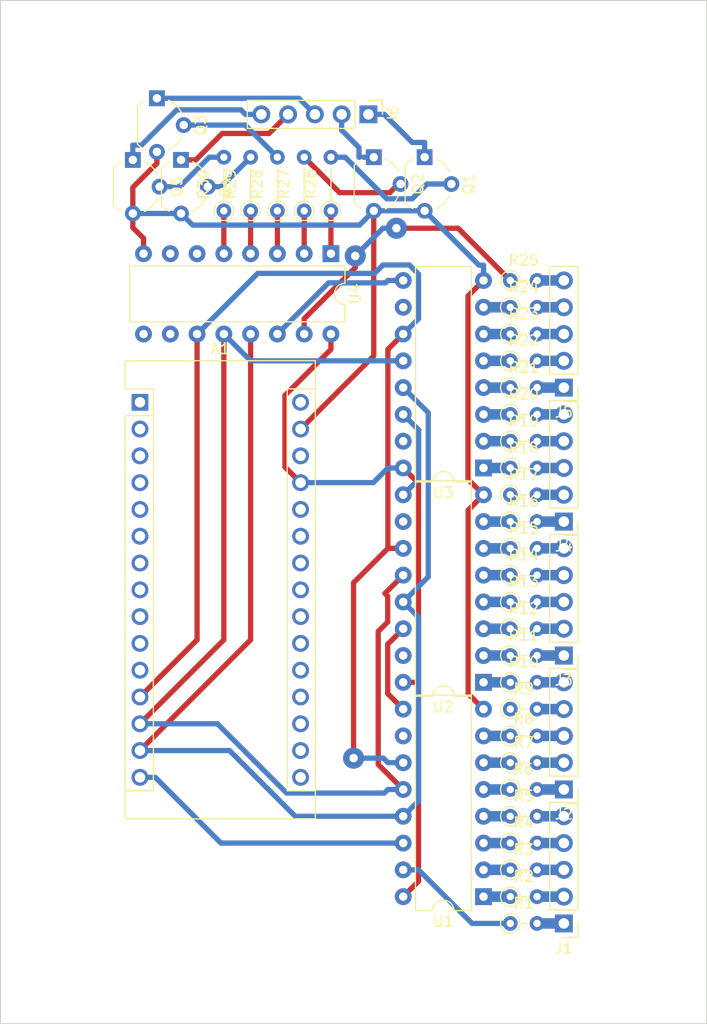
<source format=kicad_pcb>
(kicad_pcb
	(version 20240108)
	(generator "pcbnew")
	(generator_version "8.0")
	(general
		(thickness 1.6)
		(legacy_teardrops no)
	)
	(paper "A4")
	(layers
		(0 "F.Cu" signal)
		(31 "B.Cu" signal)
		(32 "B.Adhes" user "B.Adhesive")
		(33 "F.Adhes" user "F.Adhesive")
		(34 "B.Paste" user)
		(35 "F.Paste" user)
		(36 "B.SilkS" user "B.Silkscreen")
		(37 "F.SilkS" user "F.Silkscreen")
		(38 "B.Mask" user)
		(39 "F.Mask" user)
		(40 "Dwgs.User" user "User.Drawings")
		(41 "Cmts.User" user "User.Comments")
		(42 "Eco1.User" user "User.Eco1")
		(43 "Eco2.User" user "User.Eco2")
		(44 "Edge.Cuts" user)
		(45 "Margin" user)
		(46 "B.CrtYd" user "B.Courtyard")
		(47 "F.CrtYd" user "F.Courtyard")
		(48 "B.Fab" user)
		(49 "F.Fab" user)
		(50 "User.1" user "Nutzer.1")
		(51 "User.2" user "Nutzer.2")
		(52 "User.3" user "Nutzer.3")
		(53 "User.4" user "Nutzer.4")
		(54 "User.5" user "Nutzer.5")
		(55 "User.6" user "Nutzer.6")
		(56 "User.7" user "Nutzer.7")
		(57 "User.8" user "Nutzer.8")
		(58 "User.9" user "Nutzer.9")
	)
	(setup
		(pad_to_mask_clearance 0)
		(allow_soldermask_bridges_in_footprints no)
		(grid_origin 53.34 68.58)
		(pcbplotparams
			(layerselection 0x00010fc_ffffffff)
			(plot_on_all_layers_selection 0x0000000_00000000)
			(disableapertmacros no)
			(usegerberextensions no)
			(usegerberattributes yes)
			(usegerberadvancedattributes yes)
			(creategerberjobfile yes)
			(dashed_line_dash_ratio 12.000000)
			(dashed_line_gap_ratio 3.000000)
			(svgprecision 6)
			(plotframeref no)
			(viasonmask no)
			(mode 1)
			(useauxorigin no)
			(hpglpennumber 1)
			(hpglpenspeed 20)
			(hpglpendiameter 15.000000)
			(pdf_front_fp_property_popups yes)
			(pdf_back_fp_property_popups yes)
			(dxfpolygonmode yes)
			(dxfimperialunits yes)
			(dxfusepcbnewfont yes)
			(psnegative no)
			(psa4output no)
			(plotreference yes)
			(plotvalue yes)
			(plotfptext yes)
			(plotinvisibletext no)
			(sketchpadsonfab no)
			(subtractmaskfromsilk no)
			(outputformat 1)
			(mirror no)
			(drillshape 1)
			(scaleselection 1)
			(outputdirectory "")
		)
	)
	(net 0 "")
	(net 1 "unconnected-(A1-VIN-Pad30)")
	(net 2 "unconnected-(A1-A1-Pad20)")
	(net 3 "unconnected-(A1-~{RESET}-Pad28)")
	(net 4 "unconnected-(A1-D6-Pad9)")
	(net 5 "unconnected-(A1-D3-Pad6)")
	(net 6 "unconnected-(A1-D5-Pad8)")
	(net 7 "unconnected-(A1-A3-Pad22)")
	(net 8 "unconnected-(A1-D4-Pad7)")
	(net 9 "unconnected-(A1-D8-Pad11)")
	(net 10 "unconnected-(A1-D1{slash}TX-Pad1)")
	(net 11 "unconnected-(A1-A5-Pad24)")
	(net 12 "/SRCLK")
	(net 13 "/RCLK")
	(net 14 "/OE")
	(net 15 "unconnected-(A1-D13-Pad16)")
	(net 16 "Net-(A1-D12)")
	(net 17 "unconnected-(A1-GND-Pad4)")
	(net 18 "unconnected-(A1-~{RESET}-Pad3)")
	(net 19 "unconnected-(A1-A6-Pad25)")
	(net 20 "unconnected-(A1-A7-Pad26)")
	(net 21 "unconnected-(A1-D7-Pad10)")
	(net 22 "unconnected-(A1-D0{slash}RX-Pad2)")
	(net 23 "unconnected-(A1-A2-Pad21)")
	(net 24 "unconnected-(A1-A4-Pad23)")
	(net 25 "unconnected-(A1-3V3-Pad17)")
	(net 26 "unconnected-(A1-A0-Pad19)")
	(net 27 "unconnected-(A1-AREF-Pad18)")
	(net 28 "unconnected-(A1-D2-Pad5)")
	(net 29 "GND")
	(net 30 "Net-(J1-Pin_3)")
	(net 31 "Net-(J1-Pin_1)")
	(net 32 "Net-(J1-Pin_2)")
	(net 33 "Net-(J1-Pin_5)")
	(net 34 "Net-(J1-Pin_4)")
	(net 35 "Net-(J2-Pin_3)")
	(net 36 "Net-(J2-Pin_1)")
	(net 37 "Net-(J2-Pin_5)")
	(net 38 "Net-(J2-Pin_2)")
	(net 39 "Net-(J2-Pin_4)")
	(net 40 "Net-(J3-Pin_3)")
	(net 41 "Net-(J3-Pin_2)")
	(net 42 "Net-(J3-Pin_5)")
	(net 43 "Net-(J3-Pin_1)")
	(net 44 "Net-(J3-Pin_4)")
	(net 45 "Net-(J4-Pin_4)")
	(net 46 "Net-(J4-Pin_2)")
	(net 47 "Net-(J4-Pin_1)")
	(net 48 "Net-(J4-Pin_3)")
	(net 49 "Net-(J4-Pin_5)")
	(net 50 "Net-(J5-Pin_5)")
	(net 51 "Net-(J5-Pin_4)")
	(net 52 "Net-(J5-Pin_2)")
	(net 53 "Net-(J5-Pin_3)")
	(net 54 "Net-(J5-Pin_1)")
	(net 55 "Net-(J6-Pin_2)")
	(net 56 "Net-(J6-Pin_3)")
	(net 57 "Net-(J6-Pin_1)")
	(net 58 "Net-(J6-Pin_5)")
	(net 59 "Net-(J6-Pin_4)")
	(net 60 "Net-(Q1-B)")
	(net 61 "Net-(Q2-B)")
	(net 62 "Net-(Q3-B)")
	(net 63 "Net-(Q4-B)")
	(net 64 "Net-(Q5-B)")
	(net 65 "Net-(U1-QA)")
	(net 66 "Net-(U1-QB)")
	(net 67 "Net-(U1-QC)")
	(net 68 "Net-(U1-QD)")
	(net 69 "Net-(U1-QE)")
	(net 70 "Net-(U1-QF)")
	(net 71 "Net-(U1-QG)")
	(net 72 "Net-(U1-QH)")
	(net 73 "Net-(U2-QA)")
	(net 74 "Net-(U2-QB)")
	(net 75 "Net-(U2-QC)")
	(net 76 "Net-(U2-QD)")
	(net 77 "Net-(U2-QE)")
	(net 78 "Net-(U2-QF)")
	(net 79 "Net-(U2-QG)")
	(net 80 "Net-(U2-QH)")
	(net 81 "Net-(U3-QA)")
	(net 82 "Net-(U3-QB)")
	(net 83 "Net-(U3-QC)")
	(net 84 "Net-(U3-QD)")
	(net 85 "Net-(U3-QE)")
	(net 86 "Net-(U3-QF)")
	(net 87 "Net-(U3-QG)")
	(net 88 "Net-(U3-QH)")
	(net 89 "Net-(U4-QA)")
	(net 90 "Net-(U4-QB)")
	(net 91 "Net-(U4-QC)")
	(net 92 "Net-(U4-QD)")
	(net 93 "Net-(U4-QE)")
	(net 94 "Net-(U4-QF)")
	(net 95 "unconnected-(U1-~{SRCLR}-Pad10)")
	(net 96 "Net-(U1-QH')")
	(net 97 "unconnected-(U2-~{SRCLR}-Pad10)")
	(net 98 "+5V")
	(net 99 "Net-(U2-QH')")
	(net 100 "unconnected-(U3-~{SRCLR}-Pad10)")
	(net 101 "Net-(U3-QH')")
	(net 102 "unconnected-(U4-QG-Pad6)")
	(net 103 "unconnected-(U4-QH-Pad7)")
	(net 104 "unconnected-(U4-QH'-Pad9)")
	(net 105 "unconnected-(U4-~{SRCLR}-Pad10)")
	(footprint "Package_TO_SOT_THT:TO-92_Wide" (layer "F.Cu") (at 50.292 43.688 -90))
	(footprint "Resistor_THT:R_Axial_DIN0204_L3.6mm_D1.6mm_P2.54mm_Vertical" (layer "F.Cu") (at 83.82 96.52))
	(footprint "Resistor_THT:R_Axial_DIN0204_L3.6mm_D1.6mm_P2.54mm_Vertical" (layer "F.Cu") (at 83.82 63.5))
	(footprint "Module:Arduino_Nano" (layer "F.Cu") (at 48.682 72.51))
	(footprint "Resistor_THT:R_Axial_DIN0204_L3.6mm_D1.6mm_P2.54mm_Vertical" (layer "F.Cu") (at 83.82 71.12))
	(footprint "Resistor_THT:R_Axial_DIN0204_L3.6mm_D1.6mm_P2.54mm_Vertical" (layer "F.Cu") (at 83.82 121.92))
	(footprint "Package_DIP:DIP-16_W7.62mm" (layer "F.Cu") (at 81.28 99.06 180))
	(footprint "Resistor_THT:R_Axial_DIN0204_L3.6mm_D1.6mm_P5.08mm_Vertical" (layer "F.Cu") (at 61.722 54.356 90))
	(footprint "Connector_PinHeader_2.54mm:PinHeader_1x05_P2.54mm_Vertical" (layer "F.Cu") (at 70.358 45.212 -90))
	(footprint "Resistor_THT:R_Axial_DIN0204_L3.6mm_D1.6mm_P2.54mm_Vertical" (layer "F.Cu") (at 83.82 68.58))
	(footprint "Resistor_THT:R_Axial_DIN0204_L3.6mm_D1.6mm_P2.54mm_Vertical" (layer "F.Cu") (at 83.82 73.66))
	(footprint "Resistor_THT:R_Axial_DIN0204_L3.6mm_D1.6mm_P2.54mm_Vertical" (layer "F.Cu") (at 83.82 78.74))
	(footprint "Package_TO_SOT_THT:TO-92_Wide" (layer "F.Cu") (at 70.866 49.276 -90))
	(footprint "Resistor_THT:R_Axial_DIN0204_L3.6mm_D1.6mm_P5.08mm_Vertical" (layer "F.Cu") (at 56.642 54.356 90))
	(footprint "Resistor_THT:R_Axial_DIN0204_L3.6mm_D1.6mm_P2.54mm_Vertical" (layer "F.Cu") (at 83.82 111.76))
	(footprint "Resistor_THT:R_Axial_DIN0204_L3.6mm_D1.6mm_P5.08mm_Vertical" (layer "F.Cu") (at 59.182 54.356 90))
	(footprint "Resistor_THT:R_Axial_DIN0204_L3.6mm_D1.6mm_P2.54mm_Vertical" (layer "F.Cu") (at 83.82 91.44))
	(footprint "Connector_PinHeader_2.54mm:PinHeader_1x05_P2.54mm_Vertical" (layer "F.Cu") (at 88.9 96.52 180))
	(footprint "Resistor_THT:R_Axial_DIN0204_L3.6mm_D1.6mm_P5.08mm_Vertical" (layer "F.Cu") (at 64.262 54.356 90))
	(footprint "Resistor_THT:R_Axial_DIN0204_L3.6mm_D1.6mm_P2.54mm_Vertical" (layer "F.Cu") (at 83.82 81.28))
	(footprint "Connector_PinHeader_2.54mm:PinHeader_1x05_P2.54mm_Vertical" (layer "F.Cu") (at 88.9 71.12 180))
	(footprint "Resistor_THT:R_Axial_DIN0204_L3.6mm_D1.6mm_P2.54mm_Vertical" (layer "F.Cu") (at 83.82 106.68))
	(footprint "Resistor_THT:R_Axial_DIN0204_L3.6mm_D1.6mm_P5.08mm_Vertical" (layer "F.Cu") (at 66.802 54.356 90))
	(footprint "Resistor_THT:R_Axial_DIN0204_L3.6mm_D1.6mm_P2.54mm_Vertical" (layer "F.Cu") (at 83.82 86.36))
	(footprint "Package_DIP:DIP-16_W7.62mm" (layer "F.Cu") (at 66.802 58.42 -90))
	(footprint "Package_TO_SOT_THT:TO-92_Wide" (layer "F.Cu") (at 75.692 49.276 -90))
	(footprint "Resistor_THT:R_Axial_DIN0204_L3.6mm_D1.6mm_P2.54mm_Vertical" (layer "F.Cu") (at 83.82 76.2))
	(footprint "Package_TO_SOT_THT:TO-92_Wide" (layer "F.Cu") (at 52.578 49.53 -90))
	(footprint "Resistor_THT:R_Axial_DIN0204_L3.6mm_D1.6mm_P2.54mm_Vertical" (layer "F.Cu") (at 83.82 119.38))
	(footprint "Package_TO_SOT_THT:TO-92_Wide" (layer "F.Cu") (at 48.006 49.53 -90))
	(footprint "Resistor_THT:R_Axial_DIN0204_L3.6mm_D1.6mm_P2.54mm_Vertical" (layer "F.Cu") (at 83.82 101.6))
	(footprint "Connector_PinHeader_2.54mm:PinHeader_1x05_P2.54mm_Vertical" (layer "F.Cu") (at 88.9 109.22 180))
	(footprint "Connector_PinHeader_2.54mm:PinHeader_1x05_P2.54mm_Vertical" (layer "F.Cu") (at 88.9 121.92 180))
	(footprint "Resistor_THT:R_Axial_DIN0204_L3.6mm_D1.6mm_P2.54mm_Vertical" (layer "F.Cu") (at 83.82 104.14))
	(footprint "Resistor_THT:R_Axial_DIN0204_L3.6mm_D1.6mm_P2.54mm_Vertical" (layer "F.Cu") (at 83.82 66.04))
	(footprint "Connector_PinHeader_2.54mm:PinHeader_1x05_P2.54mm_Vertical" (layer "F.Cu") (at 88.9 83.82 180))
	(footprint "Package_DIP:DIP-16_W7.62mm" (layer "F.Cu") (at 81.28 78.74 180))
	(footprint "Resistor_THT:R_Axial_DIN0204_L3.6mm_D1.6mm_P2.54mm_Vertical" (layer "F.Cu") (at 83.82 99.06))
	(footprint "Resistor_THT:R_Axial_DIN0204_L3.6mm_D1.6mm_P2.54mm_Vertical"
		(layer "F.Cu")
		(uuid "c53c69d4-6f0a-4be7-a269-1879cda087d9")
		(at 83.82 83.82)
		(descr "Resistor, Axial_DIN0204 series, Axial, Vertical, pin pitch=2.54mm, 0.167W, length*diameter=3.6*1.6mm^2, http://cdn-reichelt.de/documents/datenblatt/B400/1_4W%23YAG.pdf")
		(tags "Resistor Axial_DIN0204 series Axial Vertical pin pitch 2.54mm 0.167W length 3.6mm diameter 1.6mm")
		(property "Reference" "R16"
			(at 1.27 -1.92 0)
			(layer "F.SilkS")
			(uuid "14fdc4c1-abec-4741-835d-cbc3d11b982a")
			(effects
				(font
					(size 1 1)
					(thickness 0.15)
				)
			)
		)
		(property "Value" "150"
... [65112 chars truncated]
</source>
